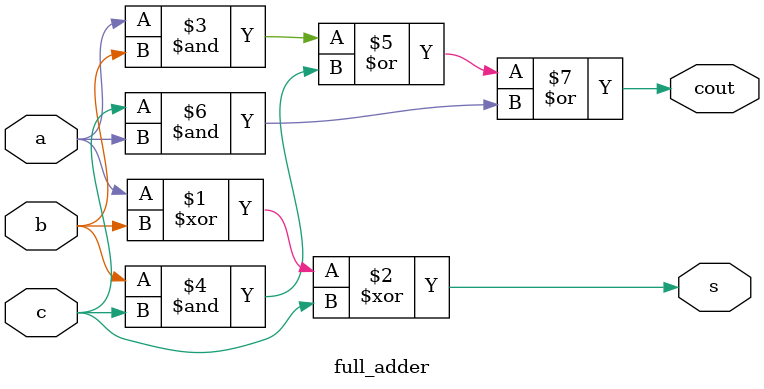
<source format=v>
`timescale 1ns / 1ps
module full_adder(a,b,c,s,cout
    );
        input a,b,c;
        output s,cout;
        wire s,cout;
        assign s=a^b^c;
        assign cout=(a&b)|(b&c)|(c&a);
endmodule

</source>
